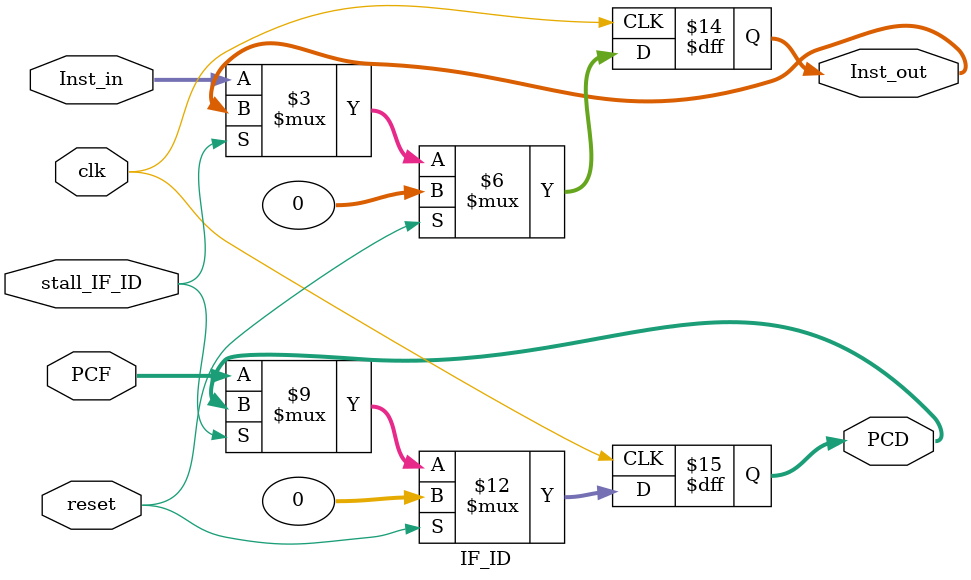
<source format=v>
module IF_ID(
    input clk, reset, stall_IF_ID,
    input[31:0] Inst_in,
    input[31:0] PCF,

    output reg [31:0] Inst_out,
    output reg [31:0] PCD
);

always @(posedge clk) begin
    if(reset) begin 
        PCD <= 32'd0;
        Inst_out <= 32'd0;
    end
    else if(stall_IF_ID) begin 
        PCD <= PCD;
        Inst_out <= Inst_out;
    end
    else begin
        PCD <= PCF;
        Inst_out <= Inst_in;
    end
end


endmodule
</source>
